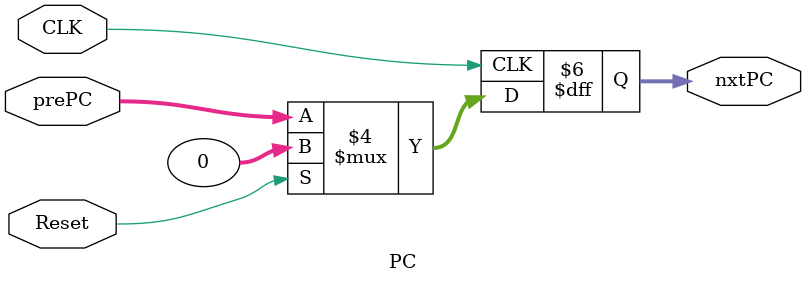
<source format=v>
module PC(
    input wire CLK,
    input wire Reset,
    input wire [31:0] prePC,
    output reg [31:0] nxtPC
    );
    always @(posedge CLK) begin
        if (Reset == 1)
        begin
            nxtPC = 0;
        end
        else
        begin
            nxtPC = prePC;
        end
        /*else if (PCWre) 
        begin
            out_pc = in_pc;
        end
        else if (!PCWre) 
        // halt
        begin
            out_pc = out_pc;
        end*/
    end
endmodule

</source>
